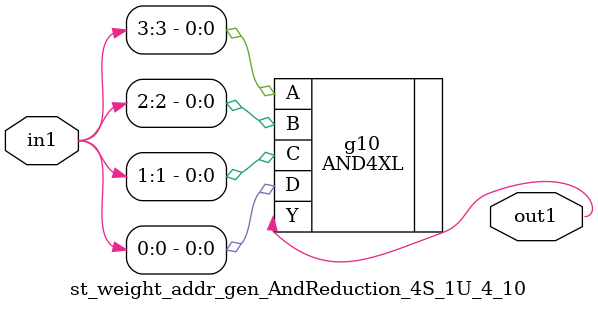
<source format=v>
`timescale 1ps / 1ps


module st_weight_addr_gen_AndReduction_4S_1U_4_10(in1, out1);
  input [3:0] in1;
  output out1;
  wire [3:0] in1;
  wire out1;
  AND4XL g10(.A (in1[3]), .B (in1[2]), .C (in1[1]), .D (in1[0]), .Y
       (out1));
endmodule



</source>
